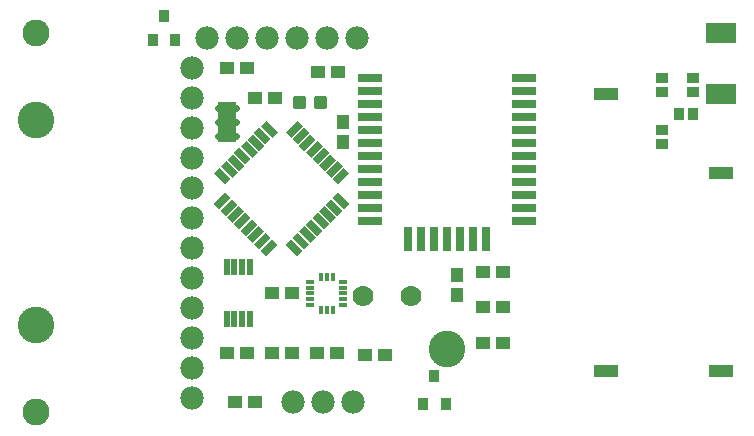
<source format=gts>
G75*
%MOIN*%
%OFA0B0*%
%FSLAX25Y25*%
%IPPOS*%
%LPD*%
%AMOC8*
5,1,8,0,0,1.08239X$1,22.5*
%
%ADD10C,0.12211*%
%ADD11R,0.04731X0.04337*%
%ADD12C,0.01301*%
%ADD13C,0.07800*%
%ADD14R,0.04337X0.04731*%
%ADD15R,0.05400X0.02600*%
%ADD16R,0.02600X0.05400*%
%ADD17R,0.03156X0.01502*%
%ADD18R,0.01502X0.03156*%
%ADD19C,0.02172*%
%ADD20R,0.06040X0.13760*%
%ADD21R,0.08274X0.03156*%
%ADD22R,0.03156X0.08274*%
%ADD23R,0.03746X0.03943*%
%ADD24R,0.03943X0.03746*%
%ADD25C,0.07000*%
%ADD26R,0.03550X0.04337*%
%ADD27R,0.08077X0.04337*%
%ADD28R,0.10243X0.06699*%
%ADD29R,0.02000X0.05800*%
%ADD30C,0.09000*%
%ADD31R,0.03550X0.03943*%
D10*
X0036933Y0041815D03*
X0036933Y0110004D03*
X0173941Y0033783D03*
D11*
X0185949Y0035752D03*
X0192642Y0035752D03*
X0192642Y0047563D03*
X0185949Y0047563D03*
X0185949Y0059374D03*
X0192642Y0059374D03*
X0153272Y0031815D03*
X0146579Y0031815D03*
X0137051Y0032209D03*
X0130358Y0032209D03*
X0122051Y0032209D03*
X0115358Y0032209D03*
X0107051Y0032209D03*
X0100358Y0032209D03*
X0103272Y0016067D03*
X0109965Y0016067D03*
X0115358Y0052209D03*
X0122051Y0052209D03*
X0116539Y0117209D03*
X0109846Y0117209D03*
X0107051Y0127209D03*
X0100358Y0127209D03*
X0130831Y0125909D03*
X0137524Y0125909D03*
D12*
X0130088Y0117309D02*
X0130088Y0114273D01*
X0130088Y0117309D02*
X0133124Y0117309D01*
X0133124Y0114273D01*
X0130088Y0114273D01*
X0130088Y0115573D02*
X0133124Y0115573D01*
X0133124Y0116873D02*
X0130088Y0116873D01*
X0123183Y0117309D02*
X0123183Y0114273D01*
X0123183Y0117309D02*
X0126219Y0117309D01*
X0126219Y0114273D01*
X0123183Y0114273D01*
X0123183Y0115573D02*
X0126219Y0115573D01*
X0126219Y0116873D02*
X0123183Y0116873D01*
D13*
X0123705Y0137209D03*
X0133705Y0137209D03*
X0143705Y0137209D03*
X0113705Y0137209D03*
X0103705Y0137209D03*
X0093705Y0137209D03*
X0088705Y0127209D03*
X0088705Y0117209D03*
X0088705Y0107209D03*
X0088705Y0097209D03*
X0088705Y0087209D03*
X0088705Y0077209D03*
X0088705Y0067209D03*
X0088705Y0057209D03*
X0088705Y0047209D03*
X0088705Y0037209D03*
X0088705Y0027209D03*
X0088705Y0017209D03*
X0122366Y0016067D03*
X0132366Y0016067D03*
X0142366Y0016067D03*
D14*
X0177091Y0051697D03*
X0177091Y0058390D03*
X0139335Y0102799D03*
X0139335Y0109492D03*
D15*
G36*
X0115538Y0104126D02*
X0111721Y0107943D01*
X0113560Y0109782D01*
X0117377Y0105965D01*
X0115538Y0104126D01*
G37*
G36*
X0113311Y0101899D02*
X0109494Y0105716D01*
X0111333Y0107555D01*
X0115150Y0103738D01*
X0113311Y0101899D01*
G37*
G36*
X0111084Y0099671D02*
X0107267Y0103488D01*
X0109106Y0105327D01*
X0112923Y0101510D01*
X0111084Y0099671D01*
G37*
G36*
X0108857Y0097444D02*
X0105040Y0101261D01*
X0106879Y0103100D01*
X0110696Y0099283D01*
X0108857Y0097444D01*
G37*
G36*
X0106630Y0095217D02*
X0102813Y0099034D01*
X0104652Y0100873D01*
X0108469Y0097056D01*
X0106630Y0095217D01*
G37*
G36*
X0104403Y0092990D02*
X0100586Y0096807D01*
X0102425Y0098646D01*
X0106242Y0094829D01*
X0104403Y0092990D01*
G37*
G36*
X0102176Y0090763D02*
X0098359Y0094580D01*
X0100198Y0096419D01*
X0104015Y0092602D01*
X0102176Y0090763D01*
G37*
G36*
X0099949Y0088536D02*
X0096132Y0092353D01*
X0097971Y0094192D01*
X0101788Y0090375D01*
X0099949Y0088536D01*
G37*
G36*
X0128303Y0069090D02*
X0124486Y0072907D01*
X0126325Y0074746D01*
X0130142Y0070929D01*
X0128303Y0069090D01*
G37*
G36*
X0126076Y0066863D02*
X0122259Y0070680D01*
X0124098Y0072519D01*
X0127915Y0068702D01*
X0126076Y0066863D01*
G37*
G36*
X0123849Y0064636D02*
X0120032Y0068453D01*
X0121871Y0070292D01*
X0125688Y0066475D01*
X0123849Y0064636D01*
G37*
G36*
X0130530Y0071317D02*
X0126713Y0075134D01*
X0128552Y0076973D01*
X0132369Y0073156D01*
X0130530Y0071317D01*
G37*
G36*
X0132757Y0073544D02*
X0128940Y0077361D01*
X0130779Y0079200D01*
X0134596Y0075383D01*
X0132757Y0073544D01*
G37*
G36*
X0134984Y0075771D02*
X0131167Y0079588D01*
X0133006Y0081427D01*
X0136823Y0077610D01*
X0134984Y0075771D01*
G37*
G36*
X0137212Y0077998D02*
X0133395Y0081815D01*
X0135234Y0083654D01*
X0139051Y0079837D01*
X0137212Y0077998D01*
G37*
G36*
X0139439Y0080225D02*
X0135622Y0084042D01*
X0137461Y0085881D01*
X0141278Y0082064D01*
X0139439Y0080225D01*
G37*
D16*
G36*
X0137461Y0088536D02*
X0135622Y0090375D01*
X0139439Y0094192D01*
X0141278Y0092353D01*
X0137461Y0088536D01*
G37*
G36*
X0135234Y0090763D02*
X0133395Y0092602D01*
X0137212Y0096419D01*
X0139051Y0094580D01*
X0135234Y0090763D01*
G37*
G36*
X0133006Y0092990D02*
X0131167Y0094829D01*
X0134984Y0098646D01*
X0136823Y0096807D01*
X0133006Y0092990D01*
G37*
G36*
X0130779Y0095217D02*
X0128940Y0097056D01*
X0132757Y0100873D01*
X0134596Y0099034D01*
X0130779Y0095217D01*
G37*
G36*
X0128552Y0097444D02*
X0126713Y0099283D01*
X0130530Y0103100D01*
X0132369Y0101261D01*
X0128552Y0097444D01*
G37*
G36*
X0126325Y0099671D02*
X0124486Y0101510D01*
X0128303Y0105327D01*
X0130142Y0103488D01*
X0126325Y0099671D01*
G37*
G36*
X0124098Y0101899D02*
X0122259Y0103738D01*
X0126076Y0107555D01*
X0127915Y0105716D01*
X0124098Y0101899D01*
G37*
G36*
X0121871Y0104126D02*
X0120032Y0105965D01*
X0123849Y0109782D01*
X0125688Y0107943D01*
X0121871Y0104126D01*
G37*
G36*
X0097971Y0080225D02*
X0096132Y0082064D01*
X0099949Y0085881D01*
X0101788Y0084042D01*
X0097971Y0080225D01*
G37*
G36*
X0100198Y0077998D02*
X0098359Y0079837D01*
X0102176Y0083654D01*
X0104015Y0081815D01*
X0100198Y0077998D01*
G37*
G36*
X0102425Y0075771D02*
X0100586Y0077610D01*
X0104403Y0081427D01*
X0106242Y0079588D01*
X0102425Y0075771D01*
G37*
G36*
X0104652Y0073544D02*
X0102813Y0075383D01*
X0106630Y0079200D01*
X0108469Y0077361D01*
X0104652Y0073544D01*
G37*
G36*
X0106879Y0071317D02*
X0105040Y0073156D01*
X0108857Y0076973D01*
X0110696Y0075134D01*
X0106879Y0071317D01*
G37*
G36*
X0109106Y0069090D02*
X0107267Y0070929D01*
X0111084Y0074746D01*
X0112923Y0072907D01*
X0109106Y0069090D01*
G37*
G36*
X0111333Y0066863D02*
X0109494Y0068702D01*
X0113311Y0072519D01*
X0115150Y0070680D01*
X0111333Y0066863D01*
G37*
G36*
X0113560Y0064636D02*
X0111721Y0066475D01*
X0115538Y0070292D01*
X0117377Y0068453D01*
X0113560Y0064636D01*
G37*
D17*
X0128193Y0056146D03*
X0128193Y0054177D03*
X0128193Y0052209D03*
X0128193Y0050240D03*
X0128193Y0048272D03*
X0139217Y0048272D03*
X0139217Y0050240D03*
X0139217Y0052209D03*
X0139217Y0054177D03*
X0139217Y0056146D03*
D18*
X0135673Y0057720D03*
X0133705Y0057720D03*
X0131736Y0057720D03*
X0131736Y0046697D03*
X0133705Y0046697D03*
X0135673Y0046697D03*
D19*
X0103340Y0104571D02*
X0097612Y0104571D01*
X0097612Y0109295D02*
X0103340Y0109295D01*
X0103340Y0114020D02*
X0097612Y0114020D01*
D20*
X0100486Y0109285D03*
D21*
X0148232Y0110949D03*
X0148232Y0106618D03*
X0148232Y0102287D03*
X0148232Y0097957D03*
X0148232Y0093626D03*
X0148232Y0089295D03*
X0148232Y0084965D03*
X0148232Y0080634D03*
X0148232Y0076303D03*
X0199413Y0076303D03*
X0199413Y0080634D03*
X0199413Y0084965D03*
X0199413Y0089295D03*
X0199413Y0093626D03*
X0199413Y0097957D03*
X0199413Y0102287D03*
X0199413Y0106618D03*
X0199413Y0110949D03*
X0199413Y0115280D03*
X0199413Y0119610D03*
X0199413Y0123941D03*
X0148232Y0123941D03*
X0148232Y0119610D03*
X0148232Y0115280D03*
D22*
X0160831Y0070398D03*
X0165161Y0070398D03*
X0169492Y0070398D03*
X0173823Y0070398D03*
X0178154Y0070398D03*
X0182484Y0070398D03*
X0186815Y0070398D03*
D23*
X0251185Y0112130D03*
X0255752Y0112130D03*
D24*
X0255831Y0119295D03*
X0255831Y0123862D03*
X0245594Y0123862D03*
X0245594Y0119295D03*
X0245594Y0106539D03*
X0245594Y0101972D03*
D25*
X0161736Y0051500D03*
X0145988Y0051500D03*
D26*
X0169610Y0024728D03*
X0165870Y0015280D03*
X0173350Y0015280D03*
D27*
X0226697Y0026303D03*
X0265280Y0026303D03*
X0265280Y0092445D03*
X0226697Y0118823D03*
D28*
X0265280Y0118823D03*
X0265280Y0138902D03*
D29*
X0108094Y0060887D03*
X0105535Y0060887D03*
X0102976Y0060887D03*
X0100417Y0060887D03*
X0100417Y0043687D03*
X0102976Y0043687D03*
X0105535Y0043687D03*
X0108094Y0043687D03*
D30*
X0036933Y0012661D03*
X0036933Y0139157D03*
D31*
X0075713Y0136539D03*
X0083193Y0136539D03*
X0079453Y0144807D03*
M02*

</source>
